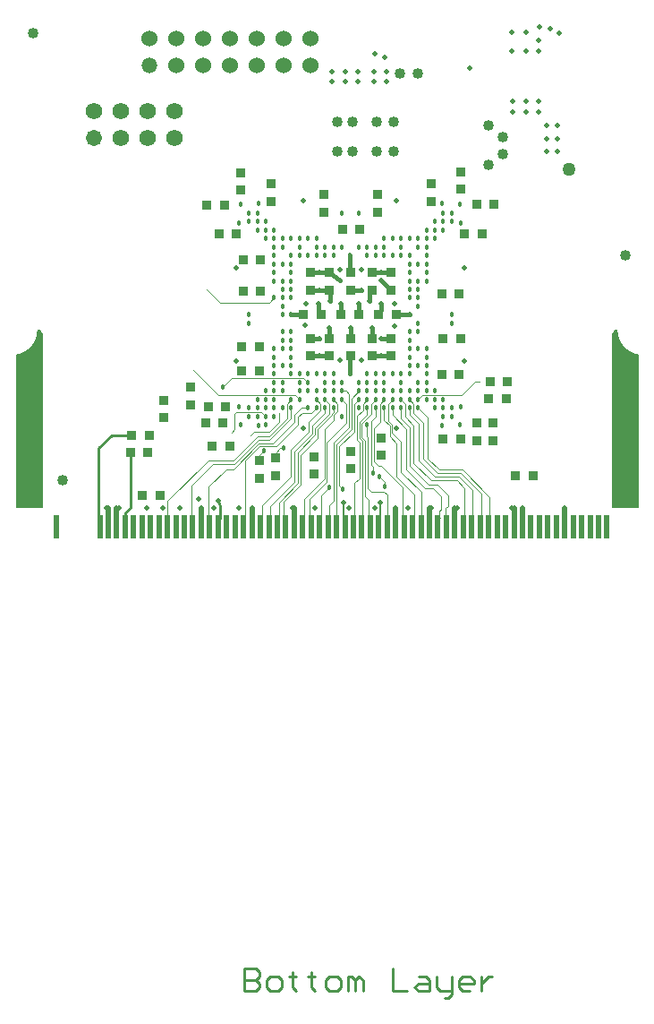
<source format=gbl>
%FSLAX24Y24*%
%MOIN*%
G70*
G01*
G75*
%ADD10C,0.0040*%
%ADD11C,0.0400*%
%ADD12C,0.0157*%
%ADD13R,0.0236X0.0906*%
%ADD14R,0.0380X0.0380*%
%ADD15R,0.0315X0.0472*%
%ADD16R,0.0650X0.0500*%
%ADD17R,0.0600X0.1000*%
%ADD18R,0.0600X0.0600*%
%ADD19R,0.0551X0.0512*%
%ADD20R,0.0472X0.0394*%
%ADD21R,0.1000X0.0600*%
%ADD22R,0.0433X0.0236*%
%ADD23R,0.0800X0.0800*%
%ADD24R,0.2480X0.0846*%
%ADD25R,0.0500X0.0600*%
%ADD26R,0.0512X0.0551*%
%ADD27R,0.0394X0.0472*%
%ADD28O,0.0846X0.0138*%
%ADD29R,0.0846X0.0138*%
%ADD30R,0.1181X0.1575*%
%ADD31C,0.0100*%
%ADD32C,0.0060*%
%ADD33C,0.0050*%
%ADD34C,0.0138*%
%ADD35C,0.0200*%
%ADD36C,0.0250*%
%ADD37C,0.0130*%
%ADD38C,0.0500*%
%ADD39C,0.0300*%
%ADD40C,0.0400*%
%ADD41C,0.0110*%
%ADD42C,0.0098*%
%ADD43C,0.0600*%
%ADD44P,0.0600X8X0*%
%ADD45C,0.0620*%
%ADD46P,0.0620X8X0*%
%ADD47C,0.0180*%
%ADD48C,0.0200*%
%ADD49C,0.0500*%
%ADD50C,0.0150*%
D10*
X77515Y86772D02*
X77534Y86698D01*
X77586Y86644D01*
X76634Y85846D02*
X76733Y85868D01*
X76829Y85900D01*
X76922Y85943D01*
X77009Y85995D01*
X77090Y86056D01*
X77164Y86126D01*
X77230Y86204D01*
X77287Y86288D01*
X77334Y86377D01*
X77372Y86472D01*
X77399Y86570D01*
X77416Y86670D01*
X77421Y86772D01*
X99011D02*
X99016Y86670D01*
X99033Y86570D01*
X99060Y86472D01*
X99098Y86377D01*
X99145Y86288D01*
X99202Y86204D01*
X99268Y86126D01*
X99342Y86056D01*
X99423Y85995D01*
X99510Y85943D01*
X99603Y85900D01*
X99699Y85868D01*
X99798Y85846D01*
X98846Y86644D02*
X98898Y86698D01*
X98917Y86772D01*
X86425Y80344D02*
X87133Y81053D01*
Y82214D01*
X86612Y80354D02*
X87242Y80984D01*
Y82106D01*
X86110Y80207D02*
X86996Y81092D01*
Y82244D01*
X86877Y81299D02*
Y82303D01*
X85814Y80236D02*
X86877Y81299D01*
X82281Y79783D02*
Y80384D01*
X83974Y81772D02*
X84771D01*
X83157Y80955D02*
X83974Y81772D01*
X83157Y79783D02*
Y80955D01*
X83787Y81890D02*
X84722D01*
X82281Y80384D02*
X83787Y81890D01*
X84466Y81575D02*
X84722D01*
X83816Y80925D02*
X84466Y81575D01*
X83816Y79862D02*
Y80925D01*
X85686Y82421D02*
X86336D01*
X85155Y81890D02*
X85686Y82421D01*
X85155Y79793D02*
Y81890D01*
X84722Y81575D02*
X85677Y82529D01*
X86208D01*
X84771Y81772D02*
X85657Y82657D01*
X86080D01*
X84722Y81890D02*
X85637Y82805D01*
X86070D01*
X77408Y86617D02*
X77586D01*
X77411Y86637D02*
X77586D01*
X77405Y86597D02*
X77586D01*
X77401Y86577D02*
X77586D01*
X77396Y86557D02*
X77586D01*
X77391Y86537D02*
X77586D01*
X77386Y86517D02*
X77586D01*
X77380Y86497D02*
X77586D01*
X77374Y86477D02*
X77586D01*
X77367Y86457D02*
X77586D01*
X77360Y86437D02*
X77586D01*
X77352Y86417D02*
X77586D01*
X77343Y86397D02*
X77586D01*
X77334Y86377D02*
X77586D01*
X77325Y86357D02*
X77586D01*
X77315Y86337D02*
X77586D01*
X77304Y86317D02*
X77586D01*
X77292Y86297D02*
X77586D01*
X77280Y86277D02*
X77586D01*
X77268Y86257D02*
X77586D01*
X77254Y86237D02*
X77586D01*
X77240Y86217D02*
X77586D01*
X77225Y86197D02*
X77586D01*
X77209Y86177D02*
X77586D01*
X77192Y86157D02*
X77586D01*
X77174Y86137D02*
X77586D01*
X77155Y86117D02*
X77586D01*
X77135Y86097D02*
X77586D01*
X77114Y86077D02*
X77586D01*
X77091Y86057D02*
X77586D01*
X77067Y86037D02*
X77586D01*
X77041Y86017D02*
X77586D01*
X77013Y85997D02*
X77586D01*
X76982Y85977D02*
X77586D01*
X76949Y85957D02*
X77586D01*
X76912Y85937D02*
X77586D01*
X76870Y85917D02*
X77586D01*
X76823Y85897D02*
X77586D01*
X76766Y85877D02*
X77586D01*
X76692Y85857D02*
X77586D01*
X76634Y82057D02*
X77586D01*
X76634Y82037D02*
X77586D01*
X76634Y82017D02*
X77586D01*
X76634Y81997D02*
X77586D01*
X76634Y81977D02*
X77586D01*
X76634Y81957D02*
X77586D01*
X76634Y81917D02*
X77586D01*
X76634Y81937D02*
X77586D01*
X77420Y86717D02*
X77525D01*
X77418Y86697D02*
X77534D01*
X77416Y86677D02*
X77548D01*
X77421Y86772D02*
X77515D01*
X77421Y86757D02*
X77515D01*
X77421Y86737D02*
X77519D01*
X76634Y81897D02*
X77586D01*
X76634Y81877D02*
X77586D01*
X76634Y81857D02*
X77586D01*
X77414Y86657D02*
X77567D01*
X76634Y81837D02*
X77586D01*
X76634Y81817D02*
X77586D01*
X76634Y81797D02*
X77586D01*
X76634Y81777D02*
X77586D01*
X76634Y81757D02*
X77586D01*
X76634Y81737D02*
X77586D01*
X76634Y81717D02*
X77586D01*
X76634Y81697D02*
X77586D01*
X76634Y81677D02*
X77586D01*
X76634Y81657D02*
X77586D01*
X76634Y81637D02*
X77586D01*
X76634Y81617D02*
X77586D01*
X76634Y81597D02*
X77586D01*
X76634Y81577D02*
X77586D01*
X76634Y81557D02*
X77586D01*
X76634Y81537D02*
X77586D01*
X76634Y81517D02*
X77586D01*
X76634Y81497D02*
X77586D01*
X76634Y81477D02*
X77586D01*
X76634Y81457D02*
X77586D01*
X76634Y81437D02*
X77586D01*
X76634Y81417D02*
X77586D01*
X76634Y81397D02*
X77586D01*
X76634Y81377D02*
X77586D01*
X76634Y81357D02*
X77586D01*
X76634Y81337D02*
X77586D01*
X76634Y81317D02*
X77586D01*
X76634Y81277D02*
X77586D01*
X76634Y81297D02*
X77586D01*
X76634Y81257D02*
X77586D01*
X76634Y81237D02*
X77586D01*
X76634Y81217D02*
X77586D01*
X76634Y81197D02*
X77586D01*
X76634Y81177D02*
X77586D01*
X76634Y81157D02*
X77586D01*
X76634Y81137D02*
X77586D01*
X76634Y81117D02*
X77586D01*
X76634Y81097D02*
X77586D01*
X76634Y81077D02*
X77586D01*
X76634Y81057D02*
X77586D01*
X76634Y81037D02*
X77586D01*
X76634Y81017D02*
X77586D01*
X76634Y80997D02*
X77586D01*
X76634Y80977D02*
X77586D01*
X76634Y80957D02*
X77586D01*
X76634Y80937D02*
X77586D01*
X76634Y80917D02*
X77586D01*
X77584Y80157D02*
Y86645D01*
X77586Y80157D02*
Y86644D01*
X76634Y80897D02*
X77586D01*
X76634Y80877D02*
X77586D01*
X76634Y80857D02*
X77586D01*
X76634Y80837D02*
X77586D01*
X76634Y80817D02*
X77586D01*
X76634Y80797D02*
X77586D01*
X76634Y80777D02*
X77586D01*
X76634Y80757D02*
X77586D01*
X76634Y80737D02*
X77586D01*
X76634Y80697D02*
X77586D01*
X76634Y80717D02*
X77586D01*
X76634Y80677D02*
X77586D01*
X76634Y80657D02*
X77586D01*
X76634Y80637D02*
X77586D01*
X76634Y80617D02*
X77586D01*
X76634Y80597D02*
X77586D01*
X76634Y80577D02*
X77586D01*
X76634Y80557D02*
X77586D01*
X76634Y80537D02*
X77586D01*
X76634Y80517D02*
X77586D01*
X76634Y80497D02*
X77586D01*
X76634Y80477D02*
X77586D01*
X76634Y80457D02*
X77586D01*
X76634Y80437D02*
X77586D01*
X76634Y80417D02*
X77586D01*
X76634Y80397D02*
X77586D01*
X76634Y80377D02*
X77586D01*
X76634Y80357D02*
X77586D01*
X76634Y80337D02*
X77586D01*
X76634Y80317D02*
X77586D01*
X76634Y80297D02*
X77586D01*
X76634Y80277D02*
X77586D01*
X76634Y80257D02*
X77586D01*
X76634Y80237D02*
X77586D01*
X76634Y80217D02*
X77586D01*
X76634Y80197D02*
X77586D01*
X76634Y80157D02*
X77586D01*
X77544Y80157D02*
Y86683D01*
X77524Y80157D02*
Y86721D01*
X77564Y80157D02*
Y86661D01*
X77504Y80157D02*
Y86772D01*
X77484Y80157D02*
Y86772D01*
X77464Y80157D02*
Y86772D01*
X77444Y80157D02*
Y86772D01*
X77424Y80157D02*
Y86772D01*
X77404Y80157D02*
Y86592D01*
X77384Y80157D02*
Y86509D01*
X77364Y80157D02*
Y86448D01*
X77344Y80157D02*
Y86398D01*
X77324Y80157D02*
Y86355D01*
X77304Y80157D02*
Y86317D01*
X77284Y80157D02*
Y86283D01*
X77264Y80157D02*
Y86252D01*
X77244Y80157D02*
Y86223D01*
X77224Y80157D02*
Y86196D01*
X77204Y80157D02*
Y86171D01*
X77164Y80157D02*
Y86126D01*
X77184Y80157D02*
Y86148D01*
X77144Y80157D02*
Y86106D01*
X77124Y80157D02*
Y86087D01*
X77104Y80157D02*
Y86068D01*
X77084Y80157D02*
Y86051D01*
X77064Y80157D02*
Y86035D01*
X77044Y80157D02*
Y86020D01*
X77024Y80157D02*
Y86005D01*
X77004Y80157D02*
Y85992D01*
X76984Y80157D02*
Y85979D01*
X76964Y80157D02*
Y85966D01*
X76944Y80157D02*
Y85955D01*
X76924Y80157D02*
Y85944D01*
X76904Y80157D02*
Y85933D01*
X76884Y80157D02*
Y85924D01*
X76864Y80157D02*
Y85915D01*
X76844Y80157D02*
Y85906D01*
X76824Y80157D02*
Y85898D01*
X76804Y80157D02*
Y85890D01*
X76784Y80157D02*
Y85883D01*
X76764Y80157D02*
Y85877D01*
X76744Y80157D02*
Y85871D01*
X76724Y80157D02*
Y85865D01*
X76704Y80157D02*
Y85860D01*
X76634Y80177D02*
X77586D01*
X76684Y80157D02*
Y85856D01*
X76664Y80157D02*
Y85852D01*
X76644Y80157D02*
Y85848D01*
X76634Y85837D02*
X77586D01*
X76634Y85817D02*
X77586D01*
X76634Y85797D02*
X77586D01*
X76634Y85777D02*
X77586D01*
X76634Y85757D02*
X77586D01*
X76634Y85737D02*
X77586D01*
X76634Y85717D02*
X77586D01*
X76634Y85697D02*
X77586D01*
X76634Y85677D02*
X77586D01*
X76634Y85657D02*
X77586D01*
X76634Y85637D02*
X77586D01*
X76634Y85617D02*
X77586D01*
X76634Y85597D02*
X77586D01*
X76634Y85577D02*
X77586D01*
X76634Y85557D02*
X77586D01*
X76634Y85537D02*
X77586D01*
X76634Y85517D02*
X77586D01*
X76634Y85497D02*
X77586D01*
X76634Y85457D02*
X77586D01*
X76634Y85477D02*
X77586D01*
X76634Y85437D02*
X77586D01*
X76634Y85417D02*
X77586D01*
X76634Y85397D02*
X77586D01*
X76634Y85377D02*
X77586D01*
X76634Y85357D02*
X77586D01*
X76634Y85337D02*
X77586D01*
X76634Y85317D02*
X77586D01*
X76634Y85297D02*
X77586D01*
X76634Y85277D02*
X77586D01*
X76634Y85257D02*
X77586D01*
X76634Y85237D02*
X77586D01*
X76634Y85217D02*
X77586D01*
X76634Y85197D02*
X77586D01*
X76634Y85177D02*
X77586D01*
X76634Y85157D02*
X77586D01*
X76634Y85137D02*
X77586D01*
X76634Y85117D02*
X77586D01*
X76634Y85097D02*
X77586D01*
X76634Y85077D02*
X77586D01*
X76634Y85057D02*
X77586D01*
X76634Y85037D02*
X77586D01*
X76634Y85017D02*
X77586D01*
X76634Y84997D02*
X77586D01*
X76634Y84977D02*
X77586D01*
X76634Y84957D02*
X77586D01*
X76634Y84937D02*
X77586D01*
X76634Y84917D02*
X77586D01*
X76634Y84897D02*
X77586D01*
X76634Y84877D02*
X77586D01*
X76634Y84857D02*
X77586D01*
X76634Y84817D02*
X77586D01*
X76634Y84837D02*
X77586D01*
X76634Y84797D02*
X77586D01*
X76634Y84777D02*
X77586D01*
X76634Y84757D02*
X77586D01*
X76634Y84737D02*
X77586D01*
X76634Y84717D02*
X77586D01*
X76634Y84697D02*
X77586D01*
X76634Y84677D02*
X77586D01*
X76634Y84657D02*
X77586D01*
X76634Y84637D02*
X77586D01*
X76634Y84617D02*
X77586D01*
X76634Y84597D02*
X77586D01*
X76634Y84577D02*
X77586D01*
X76634Y84557D02*
X77586D01*
X76634Y84537D02*
X77586D01*
X76634Y84517D02*
X77586D01*
X76634Y84497D02*
X77586D01*
X76634Y84477D02*
X77586D01*
X76634Y84457D02*
X77586D01*
X76634Y84437D02*
X77586D01*
X76634Y84417D02*
X77586D01*
X76634Y84397D02*
X77586D01*
X76634Y84377D02*
X77586D01*
X76634Y84357D02*
X77586D01*
X76634Y84337D02*
X77586D01*
X76634Y84317D02*
X77586D01*
X76634Y84297D02*
X77586D01*
X76634Y84277D02*
X77586D01*
X76634Y84237D02*
X77586D01*
X76634Y84257D02*
X77586D01*
X76634Y84217D02*
X77586D01*
X76634Y84197D02*
X77586D01*
X76634Y84177D02*
X77586D01*
X76634Y84157D02*
X77586D01*
X76634Y84137D02*
X77586D01*
X76634Y84117D02*
X77586D01*
X76634Y84097D02*
X77586D01*
X76634Y84077D02*
X77586D01*
X76634Y84057D02*
X77586D01*
X76634Y84037D02*
X77586D01*
X76634Y84017D02*
X77586D01*
X76634Y83997D02*
X77586D01*
X76634Y83977D02*
X77586D01*
X76634Y83937D02*
X77586D01*
X76634Y83957D02*
X77586D01*
X76634Y83917D02*
X77586D01*
X76634Y83897D02*
X77586D01*
X76634Y83877D02*
X77586D01*
X76634Y83857D02*
X77586D01*
X76634Y83837D02*
X77586D01*
X76634Y83817D02*
X77586D01*
X76634Y83797D02*
X77586D01*
X76634Y83777D02*
X77586D01*
X76634Y83757D02*
X77586D01*
X76634Y83737D02*
X77586D01*
X76634Y83717D02*
X77586D01*
X76634Y83697D02*
X77586D01*
X76634Y83657D02*
X77586D01*
X76634Y83677D02*
X77586D01*
X76634Y83637D02*
X77586D01*
X76634Y83617D02*
X77586D01*
X76634Y83597D02*
X77586D01*
X76634Y83577D02*
X77586D01*
X76634Y83557D02*
X77586D01*
X76634Y83537D02*
X77586D01*
X76634Y83517D02*
X77586D01*
X76634Y83497D02*
X77586D01*
X76634Y83477D02*
X77586D01*
X76634Y83457D02*
X77586D01*
X76634Y83437D02*
X77586D01*
X76634Y83417D02*
X77586D01*
X76634Y83397D02*
X77586D01*
X76634Y83377D02*
X77586D01*
X76634Y83357D02*
X77586D01*
X76634Y83337D02*
X77586D01*
X76634Y83317D02*
X77586D01*
X76634Y83297D02*
X77586D01*
X76634Y83277D02*
X77586D01*
X76634Y83257D02*
X77586D01*
X76634Y83237D02*
X77586D01*
X76634Y83217D02*
X77586D01*
X76634Y83197D02*
X77586D01*
X76634Y83177D02*
X77586D01*
X76634Y83157D02*
X77586D01*
X76634Y83137D02*
X77586D01*
X76634Y83117D02*
X77586D01*
X76634Y83077D02*
X77586D01*
X76634Y83097D02*
X77586D01*
X76634Y83057D02*
X77586D01*
X76634Y83037D02*
X77586D01*
X76634Y83017D02*
X77586D01*
X76634Y82997D02*
X77586D01*
X76634Y82977D02*
X77586D01*
X76634Y82957D02*
X77586D01*
X76634Y82937D02*
X77586D01*
X76634Y82917D02*
X77586D01*
X76634Y82897D02*
X77586D01*
X76634Y82877D02*
X77586D01*
X76634Y82857D02*
X77586D01*
X76634Y82837D02*
X77586D01*
X76634Y82817D02*
X77586D01*
X76634Y80157D02*
Y85846D01*
Y82797D02*
X77586D01*
X76634Y82777D02*
X77586D01*
X76634Y82757D02*
X77586D01*
X76634Y82737D02*
X77586D01*
X76634Y82717D02*
X77586D01*
X76634Y82697D02*
X77586D01*
X76634Y82677D02*
X77586D01*
X76634Y82657D02*
X77586D01*
X76634Y82637D02*
X77586D01*
X76634Y82617D02*
X77586D01*
X76634Y82597D02*
X77586D01*
X76634Y82577D02*
X77586D01*
X76634Y82557D02*
X77586D01*
X76634Y82537D02*
X77586D01*
X76634Y82497D02*
X77586D01*
X76634Y82517D02*
X77586D01*
X76634Y82477D02*
X77586D01*
X76634Y82457D02*
X77586D01*
X76634Y82437D02*
X77586D01*
X76634Y82417D02*
X77586D01*
X76634Y82397D02*
X77586D01*
X76634Y82377D02*
X77586D01*
X76634Y82357D02*
X77586D01*
X76634Y82337D02*
X77586D01*
X76634Y82317D02*
X77586D01*
X76634Y82297D02*
X77586D01*
X76634Y82277D02*
X77586D01*
X76634Y82257D02*
X77586D01*
X76634Y82237D02*
X77586D01*
X76634Y82217D02*
X77586D01*
X76634Y82197D02*
X77586D01*
X76634Y82177D02*
X77586D01*
X76634Y82157D02*
X77586D01*
X76634Y82137D02*
X77586D01*
X76634Y82117D02*
X77586D01*
X76634Y82097D02*
X77586D01*
X76634Y82077D02*
X77586D01*
X76634Y80157D02*
X77586D01*
X98846Y82857D02*
X99798D01*
X98846Y82837D02*
X99798D01*
X98846Y82817D02*
X99798D01*
X98846Y82797D02*
X99798D01*
X98846Y82777D02*
X99798D01*
X98846Y82757D02*
X99798D01*
X98846Y82737D02*
X99798D01*
X98846Y82717D02*
X99798D01*
X98846Y82697D02*
X99798D01*
X98846Y82677D02*
X99798D01*
X98846Y82657D02*
X99798D01*
X98846Y82637D02*
X99798D01*
X98846Y82617D02*
X99798D01*
X98846Y82597D02*
X99798D01*
X98846Y82577D02*
X99798D01*
X98846Y82557D02*
X99798D01*
X98846Y82537D02*
X99798D01*
X98846Y82497D02*
X99798D01*
X98846Y82517D02*
X99798D01*
X98846Y82477D02*
X99798D01*
X98846Y82457D02*
X99798D01*
X98846Y82437D02*
X99798D01*
X98846Y82417D02*
X99798D01*
X98846Y82397D02*
X99798D01*
X98846Y82377D02*
X99798D01*
X98846Y82357D02*
X99798D01*
X98846Y82337D02*
X99798D01*
X98846Y82317D02*
X99798D01*
X98846Y82297D02*
X99798D01*
X98846Y82277D02*
X99798D01*
X98846Y82257D02*
X99798D01*
X98846Y82237D02*
X99798D01*
X98846Y82217D02*
X99798D01*
X98846Y82197D02*
X99798D01*
X98846Y82177D02*
X99798D01*
X98846Y82157D02*
X99798D01*
X98846Y82137D02*
X99798D01*
X98846Y82117D02*
X99798D01*
X98846Y82097D02*
X99798D01*
X98846Y82077D02*
X99798D01*
X98846Y82057D02*
X99798D01*
X98846Y82037D02*
X99798D01*
X98846Y82017D02*
X99798D01*
X98846Y81997D02*
X99798D01*
X98846Y81977D02*
X99798D01*
X98846Y81957D02*
X99798D01*
X98846Y81917D02*
X99798D01*
X98917Y86772D02*
X99011D01*
X98917Y86757D02*
X99011D01*
X98913Y86737D02*
X99011D01*
X98907Y86717D02*
X99012D01*
X98898Y86697D02*
X99014D01*
X98884Y86677D02*
X99016D01*
X98846Y81937D02*
X99798D01*
X98846Y81897D02*
X99798D01*
X98846Y81877D02*
X99798D01*
X98865Y86657D02*
X99018D01*
X98846Y81857D02*
X99798D01*
X98846Y81837D02*
X99798D01*
X98846Y81817D02*
X99798D01*
X98846Y81797D02*
X99798D01*
X98846Y81777D02*
X99798D01*
X98846Y81757D02*
X99798D01*
X98846Y81737D02*
X99798D01*
X98846Y81717D02*
X99798D01*
X98846Y81697D02*
X99798D01*
X98846Y81677D02*
X99798D01*
X98846Y81657D02*
X99798D01*
X98846Y81637D02*
X99798D01*
X98846Y81617D02*
X99798D01*
X98846Y81597D02*
X99798D01*
X98846Y81577D02*
X99798D01*
X98846Y81557D02*
X99798D01*
X98846Y81537D02*
X99798D01*
X98846Y81517D02*
X99798D01*
X98846Y81497D02*
X99798D01*
X98846Y81477D02*
X99798D01*
X98846Y81457D02*
X99798D01*
X98846Y81437D02*
X99798D01*
X98846Y81417D02*
X99798D01*
X98846Y81397D02*
X99798D01*
X98846Y81377D02*
X99798D01*
X98846Y81357D02*
X99798D01*
X98846Y81337D02*
X99798D01*
X98846Y81317D02*
X99798D01*
X98846Y81277D02*
X99798D01*
X98846Y81297D02*
X99798D01*
X98846Y81257D02*
X99798D01*
X98846Y81237D02*
X99798D01*
X98846Y81217D02*
X99798D01*
X98846Y81197D02*
X99798D01*
X98846Y81177D02*
X99798D01*
X98846Y81157D02*
X99798D01*
X98846Y81137D02*
X99798D01*
X98846Y81097D02*
X99798D01*
X98846Y81117D02*
X99798D01*
X98846Y81077D02*
X99798D01*
X98846Y81057D02*
X99798D01*
X98846Y81037D02*
X99798D01*
X98846Y81017D02*
X99798D01*
X98846Y80997D02*
X99798D01*
X98846Y80977D02*
X99798D01*
X98846Y80957D02*
X99798D01*
X98846Y80937D02*
X99798D01*
X99784Y80157D02*
Y85849D01*
X99798Y80157D02*
Y85846D01*
X98846Y80917D02*
X99798D01*
X98846Y80897D02*
X99798D01*
X98846Y80877D02*
X99798D01*
X98846Y80857D02*
X99798D01*
X98846Y80837D02*
X99798D01*
X98846Y80817D02*
X99798D01*
X98846Y80797D02*
X99798D01*
X98846Y80777D02*
X99798D01*
X98846Y80757D02*
X99798D01*
X98846Y80737D02*
X99798D01*
X98846Y80697D02*
X99798D01*
X98846Y80717D02*
X99798D01*
X98846Y80677D02*
X99798D01*
X98846Y80657D02*
X99798D01*
X98846Y80637D02*
X99798D01*
X98846Y80617D02*
X99798D01*
X98846Y80597D02*
X99798D01*
X98846Y80577D02*
X99798D01*
X98846Y80557D02*
X99798D01*
X98846Y80537D02*
X99798D01*
X98846Y80517D02*
X99798D01*
X98846Y80497D02*
X99798D01*
X98846Y80477D02*
X99798D01*
X98846Y80457D02*
X99798D01*
X98846Y80437D02*
X99798D01*
X98846Y80417D02*
X99798D01*
X98846Y80397D02*
X99798D01*
X98846Y80377D02*
X99798D01*
X98846Y80357D02*
X99798D01*
X98846Y80337D02*
X99798D01*
X98846Y80317D02*
X99798D01*
X98846Y80297D02*
X99798D01*
X98846Y80277D02*
X99798D01*
X98846Y80257D02*
X99798D01*
X98846Y80237D02*
X99798D01*
X98846Y80217D02*
X99798D01*
X98846Y80197D02*
X99798D01*
X99304Y80157D02*
Y86091D01*
X99284Y80157D02*
Y86110D01*
X99324Y80157D02*
Y86072D01*
X99244Y80157D02*
Y86153D01*
X99204Y80157D02*
Y86202D01*
X99264Y80157D02*
Y86131D01*
X99184Y80157D02*
Y86229D01*
X99164Y80157D02*
Y86259D01*
X99224Y80157D02*
Y86177D01*
X99124Y80157D02*
Y86326D01*
X99084Y80157D02*
Y86409D01*
X99144Y80157D02*
Y86291D01*
X99064Y80157D02*
Y86461D01*
X99044Y80157D02*
Y86526D01*
X99104Y80157D02*
Y86365D01*
X99004Y80157D02*
Y86772D01*
X98984Y80157D02*
Y86772D01*
X99024Y80157D02*
Y86617D01*
X98964Y80157D02*
Y86772D01*
X98924Y80157D02*
Y86772D01*
X98944Y80157D02*
Y86772D01*
X98904Y80157D02*
Y86709D01*
X98884Y80157D02*
Y86677D01*
X98864Y80157D02*
Y86657D01*
X99764Y80157D02*
Y85852D01*
X99744Y80157D02*
Y85857D01*
X99724Y80157D02*
Y85861D01*
X99704Y80157D02*
Y85867D01*
X99664Y80157D02*
Y85878D01*
X99684Y80157D02*
Y85872D01*
X99644Y80157D02*
Y85885D01*
X99624Y80157D02*
Y85892D01*
X99604Y80157D02*
Y85900D01*
X99584Y80157D02*
Y85908D01*
X99564Y80157D02*
Y85917D01*
X99544Y80157D02*
Y85926D01*
X99504Y80157D02*
Y85946D01*
X99484Y80157D02*
Y85957D01*
X99524Y80157D02*
Y85936D01*
X99464Y80157D02*
Y85969D01*
X99444Y80157D02*
Y85981D01*
X99424Y80157D02*
Y85995D01*
X99404Y80157D02*
Y86009D01*
X98846Y80177D02*
X99798D01*
X98846Y80157D02*
X99798D01*
X99364Y80157D02*
Y86039D01*
X99344Y80157D02*
Y86055D01*
X99384Y80157D02*
Y86023D01*
X98846Y85837D02*
X99798D01*
X98846Y85817D02*
X99798D01*
X98846Y85797D02*
X99798D01*
X98846Y85777D02*
X99798D01*
X98846Y85757D02*
X99798D01*
X98846Y85737D02*
X99798D01*
X98846Y85717D02*
X99798D01*
X98846Y85697D02*
X99798D01*
X98846Y85677D02*
X99798D01*
X98846Y85657D02*
X99798D01*
X98846Y85637D02*
X99798D01*
X98846Y85617D02*
X99798D01*
X98846Y85597D02*
X99798D01*
X98846Y85577D02*
X99798D01*
X98846Y85557D02*
X99798D01*
X98846Y85537D02*
X99798D01*
X98846Y85517D02*
X99798D01*
X98846Y85497D02*
X99798D01*
X98846Y85457D02*
X99798D01*
X98846Y85477D02*
X99798D01*
X98846Y85437D02*
X99798D01*
X98846Y85417D02*
X99798D01*
X98846Y85397D02*
X99798D01*
X98846Y85377D02*
X99798D01*
X98846Y85357D02*
X99798D01*
X98846Y85337D02*
X99798D01*
X98846Y85317D02*
X99798D01*
X98846Y85297D02*
X99798D01*
X98846Y85277D02*
X99798D01*
X98846Y85257D02*
X99798D01*
X98846Y85237D02*
X99798D01*
X98846Y85217D02*
X99798D01*
X98846Y85197D02*
X99798D01*
X98846Y85177D02*
X99798D01*
X98846Y85157D02*
X99798D01*
X98846Y85137D02*
X99798D01*
X98846Y85117D02*
X99798D01*
X98846Y85097D02*
X99798D01*
X98846Y85077D02*
X99798D01*
X98846Y85057D02*
X99798D01*
X98846Y85037D02*
X99798D01*
X98846Y85017D02*
X99798D01*
X98846Y84997D02*
X99798D01*
X98846Y84977D02*
X99798D01*
X98846Y84957D02*
X99798D01*
X98846Y84937D02*
X99798D01*
X98846Y84917D02*
X99798D01*
X98846Y84897D02*
X99798D01*
X98846Y86617D02*
X99024D01*
X98846Y86637D02*
X99021D01*
X98846Y86557D02*
X99036D01*
X98846Y86597D02*
X99027D01*
X98846Y86577D02*
X99031D01*
X98846Y86537D02*
X99041D01*
X98846Y86517D02*
X99046D01*
X98846Y86437D02*
X99072D01*
X98846Y86497D02*
X99052D01*
X98846Y86477D02*
X99058D01*
X98846Y86457D02*
X99065D01*
X98846Y86377D02*
X99098D01*
X98846Y86357D02*
X99107D01*
X98846Y86317D02*
X99128D01*
X98846Y86417D02*
X99080D01*
X98846Y86397D02*
X99089D01*
X98846Y86337D02*
X99117D01*
X98846Y86257D02*
X99164D01*
X98846Y86217D02*
X99192D01*
X98846Y86197D02*
X99207D01*
X98846Y86297D02*
X99140D01*
X98846Y86277D02*
X99152D01*
X98846Y86237D02*
X99178D01*
X98846Y86137D02*
X99258D01*
X98846Y86097D02*
X99297D01*
X98846Y86077D02*
X99318D01*
X98846Y86177D02*
X99223D01*
X98846Y86157D02*
X99240D01*
X98846Y86117D02*
X99277D01*
X98846Y85997D02*
X99420D01*
X98846Y85977D02*
X99450D01*
X98846Y85937D02*
X99520D01*
X98846Y86037D02*
X99365D01*
X98846Y86057D02*
X99341D01*
X98846Y86017D02*
X99391D01*
X98846Y85877D02*
X99666D01*
X98846Y85857D02*
X99740D01*
X98846Y84877D02*
X99798D01*
X98846Y85957D02*
X99483D01*
X98846Y85917D02*
X99562D01*
X98846Y85897D02*
X99609D01*
X98846Y84857D02*
X99798D01*
X98846Y84817D02*
X99798D01*
X98846Y84837D02*
X99798D01*
X98846Y84797D02*
X99798D01*
X98846Y84777D02*
X99798D01*
X98846Y84757D02*
X99798D01*
X98846Y84737D02*
X99798D01*
X98846Y84717D02*
X99798D01*
X98846Y84697D02*
X99798D01*
X98846Y84677D02*
X99798D01*
X98846Y84657D02*
X99798D01*
X98846Y84637D02*
X99798D01*
X98846Y84617D02*
X99798D01*
X98846Y84597D02*
X99798D01*
X98846Y84577D02*
X99798D01*
X98846Y84557D02*
X99798D01*
X98846Y84537D02*
X99798D01*
X98846Y84517D02*
X99798D01*
X98846Y84497D02*
X99798D01*
X98846Y84477D02*
X99798D01*
X98846Y84457D02*
X99798D01*
X98846Y84437D02*
X99798D01*
X98846Y84417D02*
X99798D01*
X98846Y84397D02*
X99798D01*
X98846Y84377D02*
X99798D01*
X98846Y84357D02*
X99798D01*
X98846Y84337D02*
X99798D01*
X98846Y84317D02*
X99798D01*
X98846Y84297D02*
X99798D01*
X98846Y84277D02*
X99798D01*
X98846Y84237D02*
X99798D01*
X98846Y84257D02*
X99798D01*
X98846Y84217D02*
X99798D01*
X98846Y84197D02*
X99798D01*
X98846Y84177D02*
X99798D01*
X98846Y84157D02*
X99798D01*
X98846Y84137D02*
X99798D01*
X98846Y84117D02*
X99798D01*
X98846Y84097D02*
X99798D01*
X98846Y84077D02*
X99798D01*
X98846Y84057D02*
X99798D01*
X98846Y84037D02*
X99798D01*
X98846Y84017D02*
X99798D01*
X98846Y83997D02*
X99798D01*
X98846Y83977D02*
X99798D01*
X98846Y83957D02*
X99798D01*
X98846Y83937D02*
X99798D01*
X98846Y83917D02*
X99798D01*
X98846Y83897D02*
X99798D01*
X98846Y83877D02*
X99798D01*
X98846Y83857D02*
X99798D01*
X98846Y83837D02*
X99798D01*
X98846Y83817D02*
X99798D01*
X98846Y83797D02*
X99798D01*
X98846Y83777D02*
X99798D01*
X98846Y83757D02*
X99798D01*
X98846Y83737D02*
X99798D01*
X98846Y83717D02*
X99798D01*
X98846Y83697D02*
X99798D01*
X98846Y83657D02*
X99798D01*
X98846Y83677D02*
X99798D01*
X98846Y83637D02*
X99798D01*
X98846Y83617D02*
X99798D01*
X98846Y80157D02*
Y86644D01*
Y83597D02*
X99798D01*
X98846Y83577D02*
X99798D01*
X98846Y83557D02*
X99798D01*
X98846Y83537D02*
X99798D01*
X98846Y83517D02*
X99798D01*
X98846Y83497D02*
X99798D01*
X98846Y83477D02*
X99798D01*
X98846Y83457D02*
X99798D01*
X98846Y83437D02*
X99798D01*
X98846Y83417D02*
X99798D01*
X98846Y83397D02*
X99798D01*
X98846Y83377D02*
X99798D01*
X98846Y83357D02*
X99798D01*
X98846Y83337D02*
X99798D01*
X98846Y83317D02*
X99798D01*
X98846Y83297D02*
X99798D01*
X98846Y83277D02*
X99798D01*
X98846Y83257D02*
X99798D01*
X98846Y83237D02*
X99798D01*
X98846Y83217D02*
X99798D01*
X98846Y83197D02*
X99798D01*
X98846Y83177D02*
X99798D01*
X98846Y83157D02*
X99798D01*
X98846Y83137D02*
X99798D01*
X98846Y83117D02*
X99798D01*
X98846Y83077D02*
X99798D01*
X98846Y83097D02*
X99798D01*
X98846Y83057D02*
X99798D01*
X98846Y83037D02*
X99798D01*
X98846Y83017D02*
X99798D01*
X98846Y82997D02*
X99798D01*
X98846Y82977D02*
X99798D01*
X98846Y82957D02*
X99798D01*
X98846Y82937D02*
X99798D01*
X98846Y82917D02*
X99798D01*
X98846Y82897D02*
X99798D01*
X98846Y82877D02*
X99798D01*
X98846Y80157D02*
X99798D01*
X84850Y83701D02*
X85775D01*
X84771Y83061D02*
Y83622D01*
X84850Y83701D01*
X86051Y87756D02*
X86248Y87953D01*
X84240Y87756D02*
X86051D01*
X83728Y88268D02*
X84240Y87756D01*
X88216Y81112D02*
Y82579D01*
X88925Y83287D01*
Y84016D01*
X88767Y84173D02*
X88925Y84016D01*
X87350Y84960D02*
X87508Y84803D01*
X84678Y84960D02*
X87350D01*
X84346Y84628D02*
X84678Y84960D01*
X84171Y84331D02*
X87035D01*
X83226Y85275D02*
X84171Y84331D01*
X87035D02*
X87192Y84173D01*
X86284Y81997D02*
Y82172D01*
X86464Y82352D01*
X86592D01*
X85684Y81897D02*
Y82094D01*
X85854Y82264D01*
X86877Y82303D02*
X87547Y82972D01*
X86425Y79803D02*
Y80344D01*
X86110Y79714D02*
Y80207D01*
X85814Y79793D02*
Y80236D01*
X87126Y82374D02*
X87655Y82903D01*
X86996Y82244D02*
X87126Y82374D01*
X87133Y82214D02*
X87773Y82854D01*
X86612Y79793D02*
Y80354D01*
X87242Y82106D02*
X87881Y82746D01*
X86070Y82805D02*
X86720Y83455D01*
X86208Y82529D02*
X86996Y83317D01*
X86336Y82421D02*
X87133Y83218D01*
Y83523D01*
X86996Y83317D02*
Y83592D01*
X86720Y83455D02*
Y84016D01*
X86877Y83455D02*
Y83858D01*
X90362Y80935D02*
Y81102D01*
X90175Y81289D02*
X90362Y81102D01*
X90332Y80748D02*
X90460Y80620D01*
Y79449D02*
Y80620D01*
X89860Y80748D02*
X90332D01*
X89879Y81732D02*
Y83376D01*
X89948Y81427D02*
Y81663D01*
X89879Y81732D02*
X89948Y81663D01*
X87999Y79744D02*
Y80610D01*
X88295Y80905D01*
X89742Y80866D02*
Y82756D01*
Y80866D02*
X89860Y80748D01*
X89417Y81220D02*
Y82579D01*
X89249Y81053D02*
X89417Y81220D01*
X89525Y79665D02*
Y82638D01*
X89633Y80571D02*
Y82647D01*
X89712Y82785D02*
Y83228D01*
Y82785D02*
X89742Y82756D01*
X89968Y83100D02*
X90185Y83317D01*
X89968Y81880D02*
Y83100D01*
X89879Y83376D02*
X90027Y83523D01*
X89505Y82775D02*
X89633Y82647D01*
X89328Y82667D02*
X89417Y82579D01*
Y82746D02*
X89525Y82638D01*
X89505Y83268D02*
X89870Y83632D01*
X89505Y82775D02*
Y83268D01*
X89712Y83612D02*
Y83858D01*
X89417Y82746D02*
Y83317D01*
X89712Y83612D01*
X89328Y82667D02*
Y83553D01*
X89555Y83779D01*
X89870Y83632D02*
Y84016D01*
X89033Y83130D02*
Y84380D01*
X88462Y82559D02*
X89033Y83130D01*
X88551Y82490D02*
X89122Y83061D01*
Y84212D01*
X89220Y82972D02*
Y83996D01*
X88669Y82421D02*
X89220Y82972D01*
X89555Y83779D02*
Y84016D01*
X89712Y84173D01*
X89761Y79823D02*
Y80443D01*
X89633Y80571D02*
X89761Y80443D01*
X89968Y81880D02*
X90135Y81712D01*
X89249Y79557D02*
Y81053D01*
X88925Y84488D02*
X89033Y84380D01*
X88767Y84488D02*
X88925D01*
X88462Y80403D02*
Y82559D01*
X88551Y79823D02*
Y82490D01*
X88669Y80955D02*
Y82421D01*
X89122Y84212D02*
X89397Y84488D01*
X89220Y83996D02*
X89397Y84173D01*
X90027Y83523D02*
Y83858D01*
X87557Y80453D02*
X88216Y81112D01*
X88127Y81220D02*
Y83051D01*
X87379Y80472D02*
X88127Y81220D01*
X88669Y80955D02*
X88807Y80817D01*
X88305Y79734D02*
Y80246D01*
X88462Y80403D01*
X94269Y79793D02*
Y80541D01*
X93974Y79695D02*
Y80659D01*
X93639Y79803D02*
Y80807D01*
X93344Y79793D02*
Y80876D01*
X92409Y79773D02*
X92429Y79754D01*
X92409Y79773D02*
Y80029D01*
X92724Y80216D02*
Y80610D01*
X92645Y79764D02*
Y80138D01*
X92724Y80216D01*
X92458Y80079D02*
Y80551D01*
X92409Y80029D02*
X92458Y80079D01*
X91720Y79754D02*
Y80738D01*
X91474Y79714D02*
Y80649D01*
X91021Y79724D02*
Y80915D01*
X89249Y79557D02*
X89259Y79547D01*
X84653Y82943D02*
X84771Y83061D01*
X85775Y83701D02*
X85933Y83543D01*
X91759Y84331D02*
X93236D01*
X93738Y84833D02*
X93905D01*
X93236Y84331D02*
X93738Y84833D01*
X91287Y84173D02*
X91444Y84016D01*
Y83651D02*
Y84016D01*
X91602Y84173D02*
X91759Y84331D01*
X91602Y83858D02*
X91966Y83494D01*
X91444Y83651D02*
X91799Y83297D01*
X91287Y83602D02*
Y83858D01*
Y83602D02*
X91631Y83258D01*
X90972Y84173D02*
X91129Y84016D01*
Y83523D02*
Y84016D01*
Y83523D02*
X91444Y83209D01*
X90972Y83474D02*
Y83858D01*
Y83474D02*
X91307Y83140D01*
X93255Y81555D02*
X94269Y80541D01*
X93206Y81427D02*
X93974Y80659D01*
X91966Y81978D02*
X92389Y81555D01*
X91966Y81978D02*
Y83494D01*
X92389Y81555D02*
X93255D01*
X91799Y81959D02*
Y83297D01*
X92330Y81427D02*
X93206D01*
X91799Y81959D02*
X92330Y81427D01*
X92222Y81299D02*
X93147D01*
X93639Y80807D01*
X93068Y81151D02*
X93344Y80876D01*
X92340Y80994D02*
X92724Y80610D01*
X90657Y83592D02*
Y83858D01*
Y83592D02*
X91169Y83081D01*
X92104Y81151D02*
X93068D01*
X92015Y80994D02*
X92340D01*
X91877Y80856D02*
X92153D01*
X92458Y80551D01*
X90499Y84016D02*
X90657Y84173D01*
X90342Y83415D02*
Y83858D01*
Y83415D02*
X90559Y83199D01*
Y82805D02*
Y83199D01*
X91631Y81890D02*
Y83258D01*
Y81890D02*
X92222Y81299D01*
X91444Y81811D02*
Y83209D01*
Y81811D02*
X92104Y81151D01*
X91307Y81703D02*
Y83140D01*
Y81703D02*
X92015Y80994D01*
X91169Y81565D02*
Y83081D01*
Y81565D02*
X91877Y80856D01*
X90982Y81476D02*
X91720Y80738D01*
X90982Y81476D02*
Y82588D01*
X90559Y82805D02*
X90814Y82549D01*
X90499Y83371D02*
Y84016D01*
X90639Y82932D02*
X90982Y82588D01*
X90499Y83371D02*
X90639Y83232D01*
Y82932D02*
Y83232D01*
X90185Y84016D02*
X90342Y84173D01*
X90185Y83317D02*
Y84016D01*
X90135Y81712D02*
X90224D01*
X90814Y81309D02*
Y82549D01*
Y81309D02*
X91474Y80649D01*
X90224Y81712D02*
X91021Y80915D01*
X89870Y84016D02*
X90027Y84173D01*
X86720Y84016D02*
X86877Y84173D01*
X87261Y83858D02*
X87507D01*
X86996Y83592D02*
X87261Y83858D01*
X87645Y83681D02*
X87822Y83858D01*
X87291Y83681D02*
X87645D01*
X87133Y83523D02*
X87291Y83681D01*
X87822Y84173D02*
X87980Y84016D01*
Y83770D02*
Y84016D01*
X87547Y83336D02*
X87980Y83770D01*
X88137Y83671D02*
Y83858D01*
X87655Y83189D02*
X88137Y83671D01*
Y84173D02*
X88295Y84016D01*
X87547Y82972D02*
Y83336D01*
X87655Y82903D02*
Y83189D01*
X87773Y82854D02*
Y83110D01*
X87881Y82746D02*
X87881Y83081D01*
X88452Y84173D02*
X88610Y84016D01*
Y83730D02*
Y84016D01*
X87773Y83110D02*
X88295Y83632D01*
Y84016D01*
X88482Y83602D02*
X88610Y83730D01*
X88482Y83405D02*
Y83602D01*
X88127Y83051D02*
X88482Y83405D01*
X87379Y79833D02*
Y80472D01*
X88452Y83686D02*
Y83858D01*
X87881Y83081D02*
X88402Y83601D01*
Y83635D02*
X88452Y83686D01*
X88402Y83601D02*
Y83635D01*
X87557Y79793D02*
Y80453D01*
X88551Y79823D02*
X88580Y79793D01*
X86444Y83346D02*
Y83661D01*
X86080Y82657D02*
X86877Y83455D01*
X86051Y82953D02*
X86444Y83346D01*
X85499Y82953D02*
X86051D01*
X85381Y82835D02*
X85499Y82953D01*
D11*
X78373Y81181D02*
D03*
X99318Y89527D02*
D03*
X77271Y97795D02*
D03*
X91584Y96297D02*
D03*
X88610Y94488D02*
D03*
X89161D02*
D03*
X90066D02*
D03*
X90696D02*
D03*
X88610Y93386D02*
D03*
X89161D02*
D03*
X90066D02*
D03*
X90696D02*
D03*
X94240Y94370D02*
D03*
Y92913D02*
D03*
X94751Y93937D02*
D03*
Y93307D02*
D03*
X90934Y96297D02*
D03*
D13*
X78118Y79449D02*
D03*
X79751D02*
D03*
X80066D02*
D03*
X80381D02*
D03*
X80696D02*
D03*
X81011D02*
D03*
X81326D02*
D03*
X81641D02*
D03*
X81956D02*
D03*
X82271D02*
D03*
X82586D02*
D03*
X82901D02*
D03*
X83216D02*
D03*
X83531D02*
D03*
X83846D02*
D03*
X84161D02*
D03*
X84476D02*
D03*
X84791D02*
D03*
X85106D02*
D03*
X85421D02*
D03*
X85736D02*
D03*
X86051D02*
D03*
X86366D02*
D03*
X86681D02*
D03*
X86996D02*
D03*
X87310D02*
D03*
X87625D02*
D03*
X87940D02*
D03*
X88255D02*
D03*
X88570D02*
D03*
X88885D02*
D03*
X89200D02*
D03*
X89515D02*
D03*
X89830D02*
D03*
X90145D02*
D03*
X90460D02*
D03*
X90775D02*
D03*
X91090D02*
D03*
X91405D02*
D03*
X91720D02*
D03*
X92035D02*
D03*
X92350D02*
D03*
X92665D02*
D03*
X92980D02*
D03*
X93295D02*
D03*
X93610D02*
D03*
X93925D02*
D03*
X94240D02*
D03*
X94555D02*
D03*
X94870D02*
D03*
X95184D02*
D03*
X95499D02*
D03*
X95814D02*
D03*
X96129D02*
D03*
X96444D02*
D03*
X96759D02*
D03*
X97074D02*
D03*
X97389D02*
D03*
X97704D02*
D03*
X98019D02*
D03*
X98334D02*
D03*
X98649D02*
D03*
D14*
X95234Y81347D02*
D03*
X95884D02*
D03*
X85734Y89380D02*
D03*
X85084D02*
D03*
X80934Y82847D02*
D03*
X81584D02*
D03*
X85684Y81247D02*
D03*
Y81897D02*
D03*
X86284Y81347D02*
D03*
Y81997D02*
D03*
X94284Y84847D02*
D03*
X94934D02*
D03*
X87584Y88247D02*
D03*
Y88897D02*
D03*
X89384Y87347D02*
D03*
X88734D02*
D03*
X83140Y83968D02*
D03*
Y84618D02*
D03*
X88284Y88897D02*
D03*
Y88247D02*
D03*
X90584Y88897D02*
D03*
Y88247D02*
D03*
X87584Y85797D02*
D03*
Y86447D02*
D03*
X89884Y85797D02*
D03*
Y86447D02*
D03*
X93784Y83297D02*
D03*
Y82647D02*
D03*
X84994Y91964D02*
D03*
Y92614D02*
D03*
X84584Y82447D02*
D03*
X83934D02*
D03*
X93784Y91447D02*
D03*
X94434D02*
D03*
X89884Y88897D02*
D03*
Y88247D02*
D03*
X88284Y85797D02*
D03*
Y86447D02*
D03*
X90584Y85797D02*
D03*
Y86447D02*
D03*
X84384Y91397D02*
D03*
X83734D02*
D03*
X93184Y91997D02*
D03*
Y92647D02*
D03*
X88784Y90497D02*
D03*
X89434D02*
D03*
X94384Y83297D02*
D03*
Y82647D02*
D03*
X84334Y83297D02*
D03*
X83684D02*
D03*
X90784Y87347D02*
D03*
X90134D02*
D03*
X85734Y88197D02*
D03*
X85084D02*
D03*
X92084Y91547D02*
D03*
Y92197D02*
D03*
X84834Y90347D02*
D03*
X84184D02*
D03*
X84434Y83897D02*
D03*
X83784D02*
D03*
X90234Y82747D02*
D03*
Y82097D02*
D03*
X92534Y86447D02*
D03*
X93184D02*
D03*
X90084Y91147D02*
D03*
Y91797D02*
D03*
X85684Y85247D02*
D03*
X85034D02*
D03*
X89084Y85797D02*
D03*
Y86447D02*
D03*
X94884Y84197D02*
D03*
X94234D02*
D03*
X92484Y85097D02*
D03*
X93134D02*
D03*
X92484Y88097D02*
D03*
X93134D02*
D03*
X93334Y90347D02*
D03*
X93984D02*
D03*
X88084Y91147D02*
D03*
Y91797D02*
D03*
X86134Y91547D02*
D03*
Y92197D02*
D03*
X89084Y82247D02*
D03*
Y81597D02*
D03*
X87734Y82047D02*
D03*
Y81397D02*
D03*
X92534Y82697D02*
D03*
X93184D02*
D03*
X82134Y84147D02*
D03*
Y83497D02*
D03*
X85684Y86147D02*
D03*
X85034D02*
D03*
X81984Y80597D02*
D03*
X81334D02*
D03*
X89084Y88897D02*
D03*
Y88247D02*
D03*
X87334Y87347D02*
D03*
X87984D02*
D03*
X81534Y82197D02*
D03*
X80884D02*
D03*
D31*
X87309Y87322D02*
X87334Y87347D01*
X90784D02*
X90809Y87322D01*
X89082Y85796D02*
X89084Y85797D01*
X89082Y88899D02*
X89084Y88897D01*
X84161Y79449D02*
X84230Y79803D01*
X84171Y80394D02*
X84230Y80216D01*
Y79803D02*
Y80216D01*
D33*
X88836Y79498D02*
Y80344D01*
Y79498D02*
X88885Y79449D01*
X90194Y79498D02*
Y80344D01*
X90145Y79449D02*
X90194Y79498D01*
D35*
X80381Y79449D02*
Y80118D01*
X80066Y79449D02*
Y80118D01*
X83531Y79449D02*
Y80118D01*
X85421Y79449D02*
Y80118D01*
X86996Y79449D02*
Y80118D01*
X90775Y79449D02*
Y80118D01*
X92035Y79449D02*
Y80118D01*
X92980Y79449D02*
Y80118D01*
X95184Y79449D02*
Y80118D01*
X95499Y79449D02*
Y80118D01*
X97074Y79449D02*
Y80118D01*
D41*
X80197Y82847D02*
X80934D01*
X79712Y82362D02*
X80197Y82847D01*
X79712Y79842D02*
Y82362D01*
Y79842D02*
X79751Y79803D01*
Y79449D02*
Y79803D01*
X80696Y79449D02*
Y79960D01*
X80884Y80148D01*
Y82197D01*
D42*
X85145Y62992D02*
Y62165D01*
X85558D01*
X85696Y62303D01*
Y62441D01*
X85558Y62578D01*
X85145D01*
X85558D01*
X85696Y62716D01*
Y62854D01*
X85558Y62992D01*
X85145D01*
X86109Y62165D02*
X86385D01*
X86523Y62303D01*
Y62578D01*
X86385Y62716D01*
X86109D01*
X85972Y62578D01*
Y62303D01*
X86109Y62165D01*
X86936Y62854D02*
Y62716D01*
X86798D01*
X87074D01*
X86936D01*
Y62303D01*
X87074Y62165D01*
X87625Y62854D02*
Y62716D01*
X87487D01*
X87762D01*
X87625D01*
Y62303D01*
X87762Y62165D01*
X88313D02*
X88589D01*
X88727Y62303D01*
Y62578D01*
X88589Y62716D01*
X88313D01*
X88176Y62578D01*
Y62303D01*
X88313Y62165D01*
X89002D02*
Y62716D01*
X89140D01*
X89278Y62578D01*
Y62165D01*
Y62578D01*
X89415Y62716D01*
X89553Y62578D01*
Y62165D01*
X90655Y62992D02*
Y62165D01*
X91206D01*
X91619Y62716D02*
X91895D01*
X92033Y62578D01*
Y62165D01*
X91619D01*
X91482Y62303D01*
X91619Y62441D01*
X92033D01*
X92308Y62716D02*
Y62303D01*
X92446Y62165D01*
X92859D01*
Y62027D01*
X92721Y61890D01*
X92584D01*
X92859Y62165D02*
Y62716D01*
X93548Y62165D02*
X93272D01*
X93135Y62303D01*
Y62578D01*
X93272Y62716D01*
X93548D01*
X93686Y62578D01*
Y62441D01*
X93135D01*
X93961Y62716D02*
Y62165D01*
Y62441D01*
X94099Y62578D01*
X94237Y62716D01*
X94374D01*
D43*
X87584Y96597D02*
D03*
X86584D02*
D03*
X85584D02*
D03*
X84584D02*
D03*
X83584D02*
D03*
X82584D02*
D03*
X87584Y97597D02*
D03*
X86584D02*
D03*
X85584D02*
D03*
X84584D02*
D03*
X83584D02*
D03*
X82584D02*
D03*
X81584D02*
D03*
D44*
Y96597D02*
D03*
D45*
X82534Y94897D02*
D03*
Y93897D02*
D03*
X81534Y94897D02*
D03*
Y93897D02*
D03*
X80534Y94897D02*
D03*
Y93897D02*
D03*
X79534Y94897D02*
D03*
D46*
Y93897D02*
D03*
D47*
X86248Y83858D02*
D03*
X87192Y90157D02*
D03*
X87507Y83858D02*
D03*
X87822D02*
D03*
Y84173D02*
D03*
Y84488D02*
D03*
Y85118D02*
D03*
X88137D02*
D03*
Y84803D02*
D03*
Y84488D02*
D03*
Y84173D02*
D03*
Y83858D02*
D03*
X88452D02*
D03*
Y84173D02*
D03*
Y84488D02*
D03*
Y85118D02*
D03*
Y84803D02*
D03*
X88767D02*
D03*
Y84488D02*
D03*
Y84173D02*
D03*
Y83543D02*
D03*
X89712Y83228D02*
D03*
X89397Y83858D02*
D03*
X89397Y84173D02*
D03*
Y84488D02*
D03*
Y84803D02*
D03*
X89712D02*
D03*
Y84488D02*
D03*
Y84173D02*
D03*
X90027D02*
D03*
Y84488D02*
D03*
X90342Y84173D02*
D03*
X89712Y85118D02*
D03*
X90027Y84803D02*
D03*
X90342Y84488D02*
D03*
X90657Y84173D02*
D03*
Y84488D02*
D03*
X90342Y84803D02*
D03*
X90027Y85118D02*
D03*
X90342D02*
D03*
X90972Y84488D02*
D03*
Y84173D02*
D03*
X91287D02*
D03*
X89712Y83858D02*
D03*
X90027D02*
D03*
X90342D02*
D03*
X90657D02*
D03*
X90972D02*
D03*
X91287D02*
D03*
X91602D02*
D03*
Y84173D02*
D03*
X91287Y84488D02*
D03*
X90972Y84803D02*
D03*
X90657Y85118D02*
D03*
X90972D02*
D03*
X91602Y84488D02*
D03*
X91917Y84173D02*
D03*
X92232Y83858D02*
D03*
X92547Y83543D02*
D03*
X92507Y83189D02*
D03*
X91917Y84803D02*
D03*
X92232Y84488D02*
D03*
X92547Y84173D02*
D03*
X92862Y83858D02*
D03*
X93216Y83897D02*
D03*
X93177Y83228D02*
D03*
X92862Y83543D02*
D03*
X92547Y83858D02*
D03*
X92232Y84173D02*
D03*
X91917Y84488D02*
D03*
X91602Y84803D02*
D03*
X91287Y85118D02*
D03*
Y85433D02*
D03*
X91917Y85118D02*
D03*
X91602Y85433D02*
D03*
X91287Y85748D02*
D03*
X91917Y85433D02*
D03*
Y85748D02*
D03*
Y86063D02*
D03*
X91602D02*
D03*
X91287D02*
D03*
Y86378D02*
D03*
Y86693D02*
D03*
X91602D02*
D03*
Y87008D02*
D03*
X92862D02*
D03*
Y87323D02*
D03*
X91602Y87638D02*
D03*
X91287Y87953D02*
D03*
X91602D02*
D03*
Y88268D02*
D03*
X91287D02*
D03*
Y88583D02*
D03*
X91602D02*
D03*
X91917D02*
D03*
Y88897D02*
D03*
X91287D02*
D03*
X91917Y89212D02*
D03*
X91602D02*
D03*
X91917Y89527D02*
D03*
X91287Y89212D02*
D03*
X91917Y89842D02*
D03*
X92232Y90157D02*
D03*
X92547Y90472D02*
D03*
X92862Y90787D02*
D03*
X93216Y90748D02*
D03*
X93177Y91417D02*
D03*
X92862Y91102D02*
D03*
X92547Y90787D02*
D03*
X92232Y90472D02*
D03*
X92507Y91457D02*
D03*
X92547Y91102D02*
D03*
X92232Y90787D02*
D03*
X91917Y90472D02*
D03*
Y90157D02*
D03*
X91602Y89842D02*
D03*
X91287Y89527D02*
D03*
X91602Y90157D02*
D03*
X91287D02*
D03*
X90972Y89842D02*
D03*
Y89527D02*
D03*
X90657Y90157D02*
D03*
X90972D02*
D03*
X90657Y89527D02*
D03*
X90342Y90157D02*
D03*
Y89842D02*
D03*
Y89527D02*
D03*
X90027Y89842D02*
D03*
Y89527D02*
D03*
X89712D02*
D03*
Y89842D02*
D03*
X89397D02*
D03*
Y91102D02*
D03*
X88767Y91102D02*
D03*
Y89842D02*
D03*
X88452D02*
D03*
Y89527D02*
D03*
X88137Y89842D02*
D03*
Y89527D02*
D03*
X87822Y90157D02*
D03*
X87507D02*
D03*
X87822Y89842D02*
D03*
Y89527D02*
D03*
X87507D02*
D03*
X87192Y89842D02*
D03*
X86877Y90157D02*
D03*
X86562D02*
D03*
X86248Y90472D02*
D03*
X85933Y90787D02*
D03*
X85618Y91102D02*
D03*
X85657Y91457D02*
D03*
X84988Y91417D02*
D03*
X85303Y91102D02*
D03*
X85618Y90787D02*
D03*
X85933Y90472D02*
D03*
X86248Y90157D02*
D03*
X86562Y89842D02*
D03*
X86877Y89527D02*
D03*
X87192D02*
D03*
X84948Y90748D02*
D03*
X85303Y90787D02*
D03*
X85618Y90472D02*
D03*
X85933Y90157D02*
D03*
X86248Y89842D02*
D03*
X86877Y89212D02*
D03*
X86248Y89527D02*
D03*
Y88897D02*
D03*
Y89212D02*
D03*
X86562D02*
D03*
X86877Y88897D02*
D03*
X86248Y88583D02*
D03*
X86562D02*
D03*
X86877D02*
D03*
Y87953D02*
D03*
Y88268D02*
D03*
X86562D02*
D03*
X86248Y87953D02*
D03*
X86562Y87953D02*
D03*
Y87638D02*
D03*
X85303Y87323D02*
D03*
Y87008D02*
D03*
X86562Y87323D02*
D03*
X86562Y86693D02*
D03*
X86877D02*
D03*
X86562Y86378D02*
D03*
X86877D02*
D03*
X86248Y86063D02*
D03*
X86562D02*
D03*
X86877D02*
D03*
X86248Y85748D02*
D03*
X86877D02*
D03*
X86248Y85433D02*
D03*
Y85118D02*
D03*
X86562Y85433D02*
D03*
X86877D02*
D03*
Y85118D02*
D03*
X86562Y84803D02*
D03*
X87192Y85118D02*
D03*
X87507D02*
D03*
Y84803D02*
D03*
X87192D02*
D03*
X87507Y84488D02*
D03*
X87192D02*
D03*
Y84173D02*
D03*
X86877D02*
D03*
Y83858D02*
D03*
X86248Y84803D02*
D03*
X85618Y84173D02*
D03*
X85933Y84488D02*
D03*
X86248D02*
D03*
X86562D02*
D03*
Y83858D02*
D03*
X86248Y84173D02*
D03*
X85933D02*
D03*
Y83858D02*
D03*
X86248Y83543D02*
D03*
X85933D02*
D03*
X85618D02*
D03*
Y83858D02*
D03*
X85303D02*
D03*
X84948Y83897D02*
D03*
X85303Y83543D02*
D03*
X85657Y83189D02*
D03*
X84346Y84628D02*
D03*
X85854Y82264D02*
D03*
X86592Y82352D02*
D03*
X90362Y80935D02*
D03*
X90175Y81289D02*
D03*
X89948Y81427D02*
D03*
X88295Y80905D02*
D03*
X88807Y80817D02*
D03*
X91287Y87322D02*
D03*
X86878Y87322D02*
D03*
X89082Y85118D02*
D03*
Y89528D02*
D03*
X84988Y83228D02*
D03*
X85933D02*
D03*
D48*
X99122Y84764D02*
D03*
X99358Y84764D02*
D03*
X99594Y84764D02*
D03*
X76838Y84764D02*
D03*
X77074D02*
D03*
X77310D02*
D03*
X87350Y91560D02*
D03*
X90814D02*
D03*
X93319Y89055D02*
D03*
Y85590D02*
D03*
X90814Y83086D02*
D03*
X87350D02*
D03*
X84845Y85590D02*
D03*
Y89055D02*
D03*
X90734Y86897D02*
D03*
X87434Y87747D02*
D03*
X87384Y86947D02*
D03*
X88684Y85647D02*
D03*
X89484D02*
D03*
X90734Y87747D02*
D03*
X89484Y88997D02*
D03*
X88684D02*
D03*
X87934Y88897D02*
D03*
Y88247D02*
D03*
Y85797D02*
D03*
X90234D02*
D03*
Y86447D02*
D03*
X89884Y86847D02*
D03*
X89084D02*
D03*
X88284D02*
D03*
X87934Y86447D02*
D03*
X90234Y88597D02*
D03*
Y88897D02*
D03*
X88684Y88597D02*
D03*
X89784Y87847D02*
D03*
X89484Y88247D02*
D03*
X88334Y87847D02*
D03*
X87884Y87747D02*
D03*
X90234D02*
D03*
X89384D02*
D03*
X88734D02*
D03*
X84003Y80118D02*
D03*
X82114D02*
D03*
X81484D02*
D03*
X84948D02*
D03*
X86917Y80118D02*
D03*
X87783Y80118D02*
D03*
X89043D02*
D03*
X89988D02*
D03*
X91247D02*
D03*
X92114Y80118D02*
D03*
X95106D02*
D03*
X93059D02*
D03*
X79988D02*
D03*
X80460D02*
D03*
X82744Y80118D02*
D03*
X83531Y80118D02*
D03*
X84171Y80394D02*
D03*
X85421Y80118D02*
D03*
X88836Y80344D02*
D03*
X90775Y80118D02*
D03*
X95499D02*
D03*
X97074D02*
D03*
X90194Y80344D02*
D03*
X83433Y80462D02*
D03*
X95106Y97126D02*
D03*
X95618D02*
D03*
X96090D02*
D03*
X95145Y95275D02*
D03*
X95618D02*
D03*
X95145Y94882D02*
D03*
X95618D02*
D03*
X96090Y95275D02*
D03*
Y97520D02*
D03*
X95618Y97835D02*
D03*
X95106D02*
D03*
X96090Y94882D02*
D03*
X96129Y98031D02*
D03*
X96523Y97953D02*
D03*
X96877Y97795D02*
D03*
X96793Y94355D02*
D03*
X96399D02*
D03*
X96793Y93883D02*
D03*
Y93410D02*
D03*
X96399Y93883D02*
D03*
Y93410D02*
D03*
X89358Y95984D02*
D03*
X88885D02*
D03*
X89358Y96378D02*
D03*
X88885D02*
D03*
X88413Y95984D02*
D03*
Y96378D02*
D03*
X89988Y97047D02*
D03*
X90445Y95990D02*
D03*
X90381Y96890D02*
D03*
X90445Y96383D02*
D03*
X89973Y95990D02*
D03*
Y96383D02*
D03*
X93534Y96497D02*
D03*
D49*
X97234Y92747D02*
D03*
D50*
X86878Y87322D02*
X87309D01*
X90809D02*
X91287D01*
X89082Y85118D02*
Y85796D01*
Y88899D02*
Y89528D01*
X88284Y88247D02*
X88334Y88147D01*
X87884Y87447D02*
X87984Y87347D01*
X90234Y86447D02*
X90584D01*
X89884D02*
Y86847D01*
X89084Y86447D02*
Y86847D01*
X88284Y86447D02*
Y86847D01*
X87584Y86447D02*
X87934D01*
X90234Y87497D02*
Y87747D01*
X89784Y88147D02*
X89884Y88247D01*
X89084D02*
X89184D01*
X90234Y88597D02*
X90584Y88247D01*
X88284Y88897D02*
X88684Y88597D01*
X89784Y87847D02*
Y88147D01*
X89184Y88247D02*
X89484D01*
X88334Y87847D02*
Y88147D01*
X87884Y87447D02*
Y87747D01*
X90134Y87347D02*
X90234Y87497D01*
X89384Y87347D02*
Y87747D01*
X88734Y87347D02*
Y87747D01*
X89884Y85797D02*
X90584D01*
X87584D02*
X88284D01*
X89884Y88897D02*
X90584D01*
X87584Y88247D02*
X88284D01*
X87584Y88897D02*
X88284D01*
M02*

</source>
